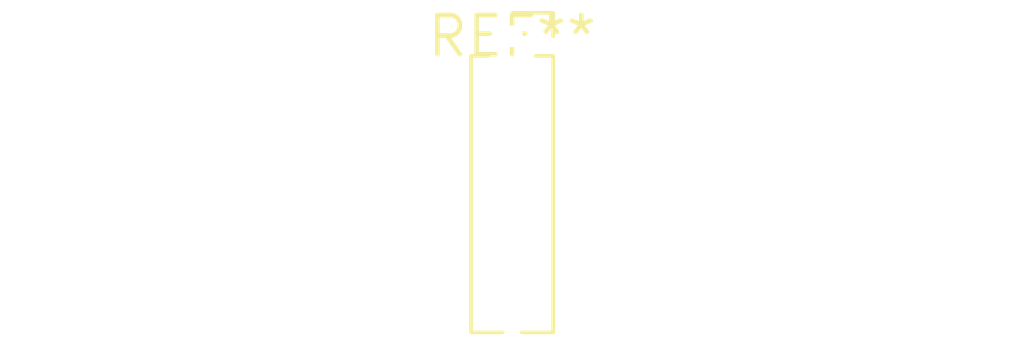
<source format=kicad_pcb>
(kicad_pcb (version 20240108) (generator pcbnew)
  (layers (0 "F.Cu" signal) (31 "B.Cu" signal) (34 "B.Paste" user) (35 "F.Paste" user) (36 "B.SilkS" user "B.Silkscreen") (37 "F.SilkS" user "F.Silkscreen") (38 "B.Mask" user) (39 "F.Mask" user) (44 "Edge.Cuts" user))
  (net 0 "")
  (footprint "PinSocket_1x08_P1.27mm_Vertical" (layer "F.Cu") (at 0 0)
    (property "Reference" "REF**")
    (property "Value" "PinSocket_1x08_P1.27mm_Vertical")
    (fp_line (start -1.33 0.635) (end -1.33 9.585) (layer "F.SilkS") (stroke (width 0.12)))
    (fp_line (start -1.33 0.635) (end -0.76 0.635) (layer "F.SilkS") (stroke (width 0.12)))
    (fp_line (start -1.33 9.585) (end -0.30753 9.585) (layer "F.SilkS") (stroke (width 0.12)))
    (fp_line (start 0 -0.76) (end 1.33 -0.76) (layer "F.SilkS") (stroke (width 0.12)))
    (fp_line (start 0.30753 9.585) (end 1.33 9.585) (layer "F.SilkS") (stroke (width 0.12)))
    (fp_line (start 0.76 0.635) (end 1.33 0.635) (layer "F.SilkS") (stroke (width 0.12)))
    (fp_line (start 1.33 -0.76) (end 1.33 0) (layer "F.SilkS") (stroke (width 0.12)))
    (fp_line (start 1.33 0.635) (end 1.33 9.585) (layer "F.SilkS") (stroke (width 0.12)))
    (pad "1" thru_hole rect (at 0 0) (size 1 1) (drill 0.7) (layers *.Cu *.Mask) (remove_unused_layers))
    (pad "2" thru_hole oval (at 0 1.27) (size 1 1) (drill 0.7) (layers *.Cu *.Mask) (remove_unused_layers))
    (pad "3" thru_hole oval (at 0 2.54) (size 1 1) (drill 0.7) (layers *.Cu *.Mask) (remove_unused_layers))
    (pad "4" thru_hole oval (at 0 3.81) (size 1 1) (drill 0.7) (layers *.Cu *.Mask) (remove_unused_layers))
    (pad "5" thru_hole oval (at 0 5.08) (size 1 1) (drill 0.7) (layers *.Cu *.Mask) (remove_unused_layers))
    (pad "6" thru_hole oval (at 0 6.35) (size 1 1) (drill 0.7) (layers *.Cu *.Mask) (remove_unused_layers))
    (pad "7" thru_hole oval (at 0 7.62) (size 1 1) (drill 0.7) (layers *.Cu *.Mask) (remove_unused_layers))
    (pad "8" thru_hole oval (at 0 8.89) (size 1 1) (drill 0.7) (layers *.Cu *.Mask) (remove_unused_layers))
  )
)
</source>
